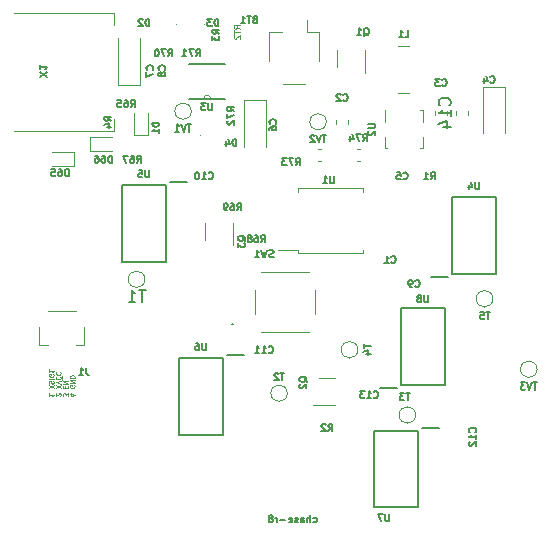
<source format=gbr>
G04 #@! TF.GenerationSoftware,KiCad,Pcbnew,5.1.5-52549c5~84~ubuntu18.04.1*
G04 #@! TF.CreationDate,2020-02-13T00:00:33+01:00*
G04 #@! TF.ProjectId,chase,63686173-652e-46b6-9963-61645f706362,rev?*
G04 #@! TF.SameCoordinates,Original*
G04 #@! TF.FileFunction,Legend,Bot*
G04 #@! TF.FilePolarity,Positive*
%FSLAX46Y46*%
G04 Gerber Fmt 4.6, Leading zero omitted, Abs format (unit mm)*
G04 Created by KiCad (PCBNEW 5.1.5-52549c5~84~ubuntu18.04.1) date 2020-02-13 00:00:33*
%MOMM*%
%LPD*%
G04 APERTURE LIST*
%ADD10C,0.100000*%
%ADD11C,0.130000*%
%ADD12C,0.120000*%
%ADD13C,0.200000*%
%ADD14C,0.152400*%
%ADD15C,0.150000*%
%ADD16C,0.125000*%
G04 APERTURE END LIST*
D10*
X103744047Y-133023761D02*
X103744047Y-133252333D01*
X103744047Y-133138047D02*
X104144047Y-133138047D01*
X104086904Y-133176142D01*
X104048809Y-133214238D01*
X104029761Y-133252333D01*
X104144047Y-132585666D02*
X103744047Y-132319000D01*
X104144047Y-132319000D02*
X103744047Y-132585666D01*
X103763095Y-132185666D02*
X103744047Y-132128523D01*
X103744047Y-132033285D01*
X103763095Y-131995190D01*
X103782142Y-131976142D01*
X103820238Y-131957095D01*
X103858333Y-131957095D01*
X103896428Y-131976142D01*
X103915476Y-131995190D01*
X103934523Y-132033285D01*
X103953571Y-132109476D01*
X103972619Y-132147571D01*
X103991666Y-132166619D01*
X104029761Y-132185666D01*
X104067857Y-132185666D01*
X104105952Y-132166619D01*
X104125000Y-132147571D01*
X104144047Y-132109476D01*
X104144047Y-132014238D01*
X104125000Y-131957095D01*
X103744047Y-131785666D02*
X104144047Y-131785666D01*
X104125000Y-131385666D02*
X104144047Y-131423761D01*
X104144047Y-131480904D01*
X104125000Y-131538047D01*
X104086904Y-131576142D01*
X104048809Y-131595190D01*
X103972619Y-131614238D01*
X103915476Y-131614238D01*
X103839285Y-131595190D01*
X103801190Y-131576142D01*
X103763095Y-131538047D01*
X103744047Y-131480904D01*
X103744047Y-131442809D01*
X103763095Y-131385666D01*
X103782142Y-131366619D01*
X103915476Y-131366619D01*
X103915476Y-131442809D01*
X103744047Y-130985666D02*
X103744047Y-131214238D01*
X103744047Y-131099952D02*
X104144047Y-131099952D01*
X104086904Y-131138047D01*
X104048809Y-131176142D01*
X104029761Y-131214238D01*
X104698618Y-133252333D02*
X104717666Y-133233285D01*
X104736713Y-133195190D01*
X104736713Y-133099952D01*
X104717666Y-133061857D01*
X104698618Y-133042809D01*
X104660523Y-133023762D01*
X104622427Y-133023762D01*
X104565285Y-133042809D01*
X104336713Y-133271381D01*
X104336713Y-133023762D01*
X104736713Y-132585666D02*
X104336713Y-132319000D01*
X104736713Y-132319000D02*
X104336713Y-132585666D01*
X104736713Y-132223762D02*
X104336713Y-132090428D01*
X104736713Y-131957095D01*
X104374808Y-131595190D02*
X104355761Y-131614238D01*
X104336713Y-131671381D01*
X104336713Y-131709476D01*
X104355761Y-131766619D01*
X104393856Y-131804714D01*
X104431951Y-131823762D01*
X104508142Y-131842809D01*
X104565285Y-131842809D01*
X104641475Y-131823762D01*
X104679570Y-131804714D01*
X104717666Y-131766619D01*
X104736713Y-131709476D01*
X104736713Y-131671381D01*
X104717666Y-131614238D01*
X104698618Y-131595190D01*
X104374808Y-131195190D02*
X104355761Y-131214238D01*
X104336713Y-131271381D01*
X104336713Y-131309476D01*
X104355761Y-131366619D01*
X104393856Y-131404714D01*
X104431951Y-131423762D01*
X104508142Y-131442809D01*
X104565285Y-131442809D01*
X104641475Y-131423762D01*
X104679570Y-131404714D01*
X104717666Y-131366619D01*
X104736713Y-131309476D01*
X104736713Y-131271381D01*
X104717666Y-131214238D01*
X104698618Y-131195190D01*
X105329379Y-133271381D02*
X105329379Y-133023762D01*
X105176998Y-133157095D01*
X105176998Y-133099952D01*
X105157951Y-133061857D01*
X105138903Y-133042810D01*
X105100808Y-133023762D01*
X105005570Y-133023762D01*
X104967474Y-133042810D01*
X104948427Y-133061857D01*
X104929379Y-133099952D01*
X104929379Y-133214238D01*
X104948427Y-133252333D01*
X104967474Y-133271381D01*
X105138903Y-132547571D02*
X105138903Y-132414238D01*
X104929379Y-132357095D02*
X104929379Y-132547571D01*
X105329379Y-132547571D01*
X105329379Y-132357095D01*
X104929379Y-132185667D02*
X105329379Y-132185667D01*
X104929379Y-131957095D01*
X105329379Y-131957095D01*
X104891284Y-131861857D02*
X104891284Y-131557095D01*
X105788712Y-133061857D02*
X105522045Y-133061857D01*
X105941093Y-133157095D02*
X105655378Y-133252333D01*
X105655378Y-133004714D01*
X105902998Y-132338047D02*
X105922045Y-132376143D01*
X105922045Y-132433285D01*
X105902998Y-132490428D01*
X105864902Y-132528523D01*
X105826807Y-132547571D01*
X105750617Y-132566619D01*
X105693474Y-132566619D01*
X105617283Y-132547571D01*
X105579188Y-132528523D01*
X105541093Y-132490428D01*
X105522045Y-132433285D01*
X105522045Y-132395190D01*
X105541093Y-132338047D01*
X105560140Y-132319000D01*
X105693474Y-132319000D01*
X105693474Y-132395190D01*
X105522045Y-132147571D02*
X105922045Y-132147571D01*
X105522045Y-131919000D01*
X105922045Y-131919000D01*
X105522045Y-131728523D02*
X105922045Y-131728523D01*
X105922045Y-131633285D01*
X105902998Y-131576143D01*
X105864902Y-131538047D01*
X105826807Y-131519000D01*
X105750617Y-131499952D01*
X105693474Y-131499952D01*
X105617283Y-131519000D01*
X105579188Y-131538047D01*
X105541093Y-131576143D01*
X105522045Y-131633285D01*
X105522045Y-131728523D01*
D11*
X126114857Y-143918857D02*
X126172000Y-143947428D01*
X126286285Y-143947428D01*
X126343428Y-143918857D01*
X126372000Y-143890285D01*
X126400571Y-143833142D01*
X126400571Y-143661714D01*
X126372000Y-143604571D01*
X126343428Y-143576000D01*
X126286285Y-143547428D01*
X126172000Y-143547428D01*
X126114857Y-143576000D01*
X125857714Y-143947428D02*
X125857714Y-143347428D01*
X125600571Y-143947428D02*
X125600571Y-143633142D01*
X125629142Y-143576000D01*
X125686285Y-143547428D01*
X125772000Y-143547428D01*
X125829142Y-143576000D01*
X125857714Y-143604571D01*
X125057714Y-143947428D02*
X125057714Y-143633142D01*
X125086285Y-143576000D01*
X125143428Y-143547428D01*
X125257714Y-143547428D01*
X125314857Y-143576000D01*
X125057714Y-143918857D02*
X125114857Y-143947428D01*
X125257714Y-143947428D01*
X125314857Y-143918857D01*
X125343428Y-143861714D01*
X125343428Y-143804571D01*
X125314857Y-143747428D01*
X125257714Y-143718857D01*
X125114857Y-143718857D01*
X125057714Y-143690285D01*
X124800571Y-143918857D02*
X124743428Y-143947428D01*
X124629142Y-143947428D01*
X124572000Y-143918857D01*
X124543428Y-143861714D01*
X124543428Y-143833142D01*
X124572000Y-143776000D01*
X124629142Y-143747428D01*
X124714857Y-143747428D01*
X124772000Y-143718857D01*
X124800571Y-143661714D01*
X124800571Y-143633142D01*
X124772000Y-143576000D01*
X124714857Y-143547428D01*
X124629142Y-143547428D01*
X124572000Y-143576000D01*
X124057714Y-143918857D02*
X124114857Y-143947428D01*
X124229142Y-143947428D01*
X124286285Y-143918857D01*
X124314857Y-143861714D01*
X124314857Y-143633142D01*
X124286285Y-143576000D01*
X124229142Y-143547428D01*
X124114857Y-143547428D01*
X124057714Y-143576000D01*
X124029142Y-143633142D01*
X124029142Y-143690285D01*
X124314857Y-143747428D01*
X123772000Y-143718857D02*
X123314857Y-143718857D01*
X123029142Y-143947428D02*
X123029142Y-143547428D01*
X123029142Y-143661714D02*
X123000571Y-143604571D01*
X122972000Y-143576000D01*
X122914857Y-143547428D01*
X122857714Y-143547428D01*
X122572000Y-143604571D02*
X122629142Y-143576000D01*
X122657714Y-143547428D01*
X122686285Y-143490285D01*
X122686285Y-143461714D01*
X122657714Y-143404571D01*
X122629142Y-143376000D01*
X122572000Y-143347428D01*
X122457714Y-143347428D01*
X122400571Y-143376000D01*
X122372000Y-143404571D01*
X122343428Y-143461714D01*
X122343428Y-143490285D01*
X122372000Y-143547428D01*
X122400571Y-143576000D01*
X122457714Y-143604571D01*
X122572000Y-143604571D01*
X122629142Y-143633142D01*
X122657714Y-143661714D01*
X122686285Y-143718857D01*
X122686285Y-143833142D01*
X122657714Y-143890285D01*
X122629142Y-143918857D01*
X122572000Y-143947428D01*
X122457714Y-143947428D01*
X122400571Y-143918857D01*
X122372000Y-143890285D01*
X122343428Y-143833142D01*
X122343428Y-143718857D01*
X122372000Y-143661714D01*
X122400571Y-143633142D01*
X122457714Y-143604571D01*
D12*
X145074500Y-130976000D02*
G75*
G03X145074500Y-130976000I-700000J0D01*
G01*
D10*
X103649000Y-126031000D02*
X106049000Y-126031000D01*
X103649000Y-128931000D02*
X102899000Y-128931000D01*
X102899000Y-128931000D02*
X102899000Y-127401000D01*
X106049000Y-128931000D02*
X106729000Y-128931000D01*
X106729000Y-128931000D02*
X106729000Y-127401000D01*
D12*
X116989000Y-119992000D02*
X116989000Y-118592000D01*
X119309000Y-118592000D02*
X119309000Y-120492000D01*
X129073000Y-109858221D02*
X129073000Y-110183779D01*
X128053000Y-109858221D02*
X128053000Y-110183779D01*
X130122779Y-113325000D02*
X129797221Y-113325000D01*
X130122779Y-112305000D02*
X129797221Y-112305000D01*
X126820779Y-113325000D02*
X126495221Y-113325000D01*
X126820779Y-112305000D02*
X126495221Y-112305000D01*
X128165000Y-105387000D02*
X128165000Y-103987000D01*
X130485000Y-103987000D02*
X130485000Y-105887000D01*
X139233000Y-109096221D02*
X139233000Y-109421779D01*
X138213000Y-109096221D02*
X138213000Y-109421779D01*
X137455000Y-109096221D02*
X137455000Y-109421779D01*
X136435000Y-109096221D02*
X136435000Y-109421779D01*
X111864000Y-123356000D02*
G75*
G03X111864000Y-123356000I-700000J0D01*
G01*
X125439000Y-106864000D02*
X123559000Y-106864000D01*
X122389000Y-102394000D02*
X123439000Y-102394000D01*
X122389000Y-104894000D02*
X122389000Y-102394000D01*
X125559000Y-102394000D02*
X125559000Y-101404000D01*
X126609000Y-102394000D02*
X125559000Y-102394000D01*
X126609000Y-104894000D02*
X126609000Y-102394000D01*
X122132000Y-108219000D02*
X122132000Y-112129000D01*
X120262000Y-108219000D02*
X122132000Y-108219000D01*
X120262000Y-112129000D02*
X120262000Y-108219000D01*
X109070000Y-111326000D02*
X107220000Y-111326000D01*
X109070000Y-112526000D02*
X107220000Y-112526000D01*
X107220000Y-112526000D02*
X107220000Y-111326000D01*
X103987000Y-113796000D02*
X105837000Y-113796000D01*
X103987000Y-112596000D02*
X105837000Y-112596000D01*
X105837000Y-112596000D02*
X105837000Y-113796000D01*
X126593000Y-131721000D02*
X127993000Y-131721000D01*
X127993000Y-134041000D02*
X126093000Y-134041000D01*
X127231000Y-110021000D02*
G75*
G03X127231000Y-110021000I-700000J0D01*
G01*
X115801000Y-109132000D02*
G75*
G03X115801000Y-109132000I-700000J0D01*
G01*
X141328000Y-125007000D02*
G75*
G03X141328000Y-125007000I-700000J0D01*
G01*
X129898000Y-129325000D02*
G75*
G03X129898000Y-129325000I-700000J0D01*
G01*
X134787500Y-134849500D02*
G75*
G03X134787500Y-134849500I-700000J0D01*
G01*
X123929000Y-133008000D02*
G75*
G03X123929000Y-133008000I-700000J0D01*
G01*
X127547000Y-115655500D02*
X130294500Y-115655500D01*
X130294500Y-115655500D02*
X130294500Y-115938000D01*
X127547000Y-115655500D02*
X124799500Y-115655500D01*
X124799500Y-115655500D02*
X124799500Y-115938000D01*
X127547000Y-121150500D02*
X130294500Y-121150500D01*
X130294500Y-121150500D02*
X130294500Y-120868000D01*
X127547000Y-121150500D02*
X124799500Y-121150500D01*
X124799500Y-121150500D02*
X124799500Y-120868000D01*
X124799500Y-120868000D02*
X123147000Y-120868000D01*
D13*
X119237000Y-127161000D02*
X119237000Y-127161000D01*
X119337000Y-127161000D02*
X119337000Y-127161000D01*
X119237000Y-127161000D02*
X119237000Y-127161000D01*
D10*
X121187000Y-126261000D02*
X121187000Y-124261000D01*
X126287000Y-126261000D02*
X126287000Y-124261000D01*
X121737000Y-127811000D02*
X125737000Y-127811000D01*
X121737000Y-122711000D02*
X125737000Y-122711000D01*
D13*
X119337000Y-127161000D02*
G75*
G03X119237000Y-127161000I-50000J0D01*
G01*
X119237000Y-127161000D02*
G75*
G03X119337000Y-127161000I50000J0D01*
G01*
X119337000Y-127161000D02*
G75*
G03X119237000Y-127161000I-50000J0D01*
G01*
X133571000Y-132321000D02*
X137271000Y-132321000D01*
X137271000Y-132321000D02*
X137271000Y-125821000D01*
X137271000Y-125821000D02*
X133571000Y-125821000D01*
X133571000Y-125821000D02*
X133571000Y-132321000D01*
X131746000Y-132571000D02*
X133221000Y-132571000D01*
X134984000Y-136178000D02*
X131284000Y-136178000D01*
X131284000Y-136178000D02*
X131284000Y-142678000D01*
X131284000Y-142678000D02*
X134984000Y-142678000D01*
X134984000Y-142678000D02*
X134984000Y-136178000D01*
X136809000Y-135928000D02*
X135334000Y-135928000D01*
X118456000Y-130002000D02*
X114756000Y-130002000D01*
X114756000Y-130002000D02*
X114756000Y-136502000D01*
X114756000Y-136502000D02*
X118456000Y-136502000D01*
X118456000Y-136502000D02*
X118456000Y-130002000D01*
X120281000Y-129752000D02*
X118806000Y-129752000D01*
X113649000Y-115407000D02*
X109949000Y-115407000D01*
X109949000Y-115407000D02*
X109949000Y-121907000D01*
X109949000Y-121907000D02*
X113649000Y-121907000D01*
X113649000Y-121907000D02*
X113649000Y-115407000D01*
X115474000Y-115157000D02*
X113999000Y-115157000D01*
X137889000Y-122923000D02*
X141589000Y-122923000D01*
X141589000Y-122923000D02*
X141589000Y-116423000D01*
X141589000Y-116423000D02*
X137889000Y-116423000D01*
X137889000Y-116423000D02*
X137889000Y-122923000D01*
X136064000Y-123173000D02*
X137539000Y-123173000D01*
D12*
X109274000Y-110830000D02*
X109274000Y-109830000D01*
X109274000Y-110830000D02*
X100774000Y-110830000D01*
X109274000Y-100830000D02*
X100774000Y-100830000D01*
X109274000Y-100830000D02*
X109274000Y-101830000D01*
X132160000Y-109016000D02*
X132160000Y-110021000D01*
X132160000Y-112266000D02*
X132390000Y-112266000D01*
X132160000Y-111291000D02*
X132160000Y-112266000D01*
X135380000Y-111291000D02*
X135380000Y-112266000D01*
X135150000Y-112266000D02*
X135380000Y-112266000D01*
X135380000Y-109046000D02*
X135380000Y-110021000D01*
X135150000Y-109046000D02*
X135380000Y-109046000D01*
X134260000Y-103566000D02*
X133280000Y-103566000D01*
X134260000Y-107586000D02*
X133280000Y-107586000D01*
X140455000Y-110986000D02*
X140455000Y-107076000D01*
X140455000Y-107076000D02*
X142325000Y-107076000D01*
X142325000Y-107076000D02*
X142325000Y-110986000D01*
D10*
X116601000Y-111164000D02*
G75*
G03X116601000Y-111164000I-50000J0D01*
G01*
X116939500Y-101766000D02*
G75*
G03X116939500Y-101766000I-50000J0D01*
G01*
X114590000Y-101766000D02*
G75*
G03X114590000Y-101766000I-50000J0D01*
G01*
D12*
X112145000Y-111171000D02*
X110945000Y-111171000D01*
X112145000Y-109321000D02*
X112145000Y-111171000D01*
X110945000Y-109321000D02*
X110945000Y-111171000D01*
D14*
X115634400Y-105093400D02*
X118631600Y-105093400D01*
X118631600Y-108090600D02*
X117437800Y-108090600D01*
X117437800Y-108090600D02*
X116828200Y-108090600D01*
X116828200Y-108090600D02*
X115634400Y-108090600D01*
D10*
X117437800Y-108090600D02*
G75*
G03X116828200Y-108090600I-304800J0D01*
G01*
D12*
X111464000Y-102960000D02*
X111464000Y-106870000D01*
X111464000Y-106870000D02*
X109594000Y-106870000D01*
X109594000Y-106870000D02*
X109594000Y-102960000D01*
D15*
X145088785Y-132095428D02*
X144745928Y-132095428D01*
X144917357Y-132695428D02*
X144917357Y-132095428D01*
X144631642Y-132095428D02*
X144431642Y-132695428D01*
X144231642Y-132095428D01*
X144088785Y-132095428D02*
X143717357Y-132095428D01*
X143917357Y-132324000D01*
X143831642Y-132324000D01*
X143774500Y-132352571D01*
X143745928Y-132381142D01*
X143717357Y-132438285D01*
X143717357Y-132581142D01*
X143745928Y-132638285D01*
X143774500Y-132666857D01*
X143831642Y-132695428D01*
X144003071Y-132695428D01*
X144060214Y-132666857D01*
X144088785Y-132638285D01*
X106919000Y-130837928D02*
X106919000Y-131266500D01*
X106947571Y-131352214D01*
X107004714Y-131409357D01*
X107090428Y-131437928D01*
X107147571Y-131437928D01*
X106319000Y-131437928D02*
X106661857Y-131437928D01*
X106490428Y-131437928D02*
X106490428Y-130837928D01*
X106547571Y-130923642D01*
X106604714Y-130980785D01*
X106661857Y-131009357D01*
X120382571Y-120123857D02*
X120354000Y-120066714D01*
X120296857Y-120009571D01*
X120211142Y-119923857D01*
X120182571Y-119866714D01*
X120182571Y-119809571D01*
X120325428Y-119838142D02*
X120296857Y-119781000D01*
X120239714Y-119723857D01*
X120125428Y-119695285D01*
X119925428Y-119695285D01*
X119811142Y-119723857D01*
X119754000Y-119781000D01*
X119725428Y-119838142D01*
X119725428Y-119952428D01*
X119754000Y-120009571D01*
X119811142Y-120066714D01*
X119925428Y-120095285D01*
X120125428Y-120095285D01*
X120239714Y-120066714D01*
X120296857Y-120009571D01*
X120325428Y-119952428D01*
X120325428Y-119838142D01*
X119725428Y-120295285D02*
X119725428Y-120666714D01*
X119954000Y-120466714D01*
X119954000Y-120552428D01*
X119982571Y-120609571D01*
X120011142Y-120638142D01*
X120068285Y-120666714D01*
X120211142Y-120666714D01*
X120268285Y-120638142D01*
X120296857Y-120609571D01*
X120325428Y-120552428D01*
X120325428Y-120381000D01*
X120296857Y-120323857D01*
X120268285Y-120295285D01*
X128663000Y-108203285D02*
X128691571Y-108231857D01*
X128777285Y-108260428D01*
X128834428Y-108260428D01*
X128920142Y-108231857D01*
X128977285Y-108174714D01*
X129005857Y-108117571D01*
X129034428Y-108003285D01*
X129034428Y-107917571D01*
X129005857Y-107803285D01*
X128977285Y-107746142D01*
X128920142Y-107689000D01*
X128834428Y-107660428D01*
X128777285Y-107660428D01*
X128691571Y-107689000D01*
X128663000Y-107717571D01*
X128434428Y-107717571D02*
X128405857Y-107689000D01*
X128348714Y-107660428D01*
X128205857Y-107660428D01*
X128148714Y-107689000D01*
X128120142Y-107717571D01*
X128091571Y-107774714D01*
X128091571Y-107831857D01*
X128120142Y-107917571D01*
X128463000Y-108260428D01*
X128091571Y-108260428D01*
X130345714Y-111656428D02*
X130545714Y-111370714D01*
X130688571Y-111656428D02*
X130688571Y-111056428D01*
X130460000Y-111056428D01*
X130402857Y-111085000D01*
X130374285Y-111113571D01*
X130345714Y-111170714D01*
X130345714Y-111256428D01*
X130374285Y-111313571D01*
X130402857Y-111342142D01*
X130460000Y-111370714D01*
X130688571Y-111370714D01*
X130145714Y-111056428D02*
X129745714Y-111056428D01*
X130002857Y-111656428D01*
X129260000Y-111256428D02*
X129260000Y-111656428D01*
X129402857Y-111027857D02*
X129545714Y-111456428D01*
X129174285Y-111456428D01*
X124630714Y-113721428D02*
X124830714Y-113435714D01*
X124973571Y-113721428D02*
X124973571Y-113121428D01*
X124745000Y-113121428D01*
X124687857Y-113150000D01*
X124659285Y-113178571D01*
X124630714Y-113235714D01*
X124630714Y-113321428D01*
X124659285Y-113378571D01*
X124687857Y-113407142D01*
X124745000Y-113435714D01*
X124973571Y-113435714D01*
X124430714Y-113121428D02*
X124030714Y-113121428D01*
X124287857Y-113721428D01*
X123859285Y-113121428D02*
X123487857Y-113121428D01*
X123687857Y-113350000D01*
X123602142Y-113350000D01*
X123545000Y-113378571D01*
X123516428Y-113407142D01*
X123487857Y-113464285D01*
X123487857Y-113607142D01*
X123516428Y-113664285D01*
X123545000Y-113692857D01*
X123602142Y-113721428D01*
X123773571Y-113721428D01*
X123830714Y-113692857D01*
X123859285Y-113664285D01*
X130398142Y-102729571D02*
X130455285Y-102701000D01*
X130512428Y-102643857D01*
X130598142Y-102558142D01*
X130655285Y-102529571D01*
X130712428Y-102529571D01*
X130683857Y-102672428D02*
X130741000Y-102643857D01*
X130798142Y-102586714D01*
X130826714Y-102472428D01*
X130826714Y-102272428D01*
X130798142Y-102158142D01*
X130741000Y-102101000D01*
X130683857Y-102072428D01*
X130569571Y-102072428D01*
X130512428Y-102101000D01*
X130455285Y-102158142D01*
X130426714Y-102272428D01*
X130426714Y-102472428D01*
X130455285Y-102586714D01*
X130512428Y-102643857D01*
X130569571Y-102672428D01*
X130683857Y-102672428D01*
X129855285Y-102672428D02*
X130198142Y-102672428D01*
X130026714Y-102672428D02*
X130026714Y-102072428D01*
X130083857Y-102158142D01*
X130141000Y-102215285D01*
X130198142Y-102243857D01*
X137650142Y-108616142D02*
X137697761Y-108568523D01*
X137745380Y-108425666D01*
X137745380Y-108330428D01*
X137697761Y-108187571D01*
X137602523Y-108092333D01*
X137507285Y-108044714D01*
X137316809Y-107997095D01*
X137173952Y-107997095D01*
X136983476Y-108044714D01*
X136888238Y-108092333D01*
X136793000Y-108187571D01*
X136745380Y-108330428D01*
X136745380Y-108425666D01*
X136793000Y-108568523D01*
X136840619Y-108616142D01*
X137745380Y-109568523D02*
X137745380Y-108997095D01*
X137745380Y-109282809D02*
X136745380Y-109282809D01*
X136888238Y-109187571D01*
X136983476Y-109092333D01*
X137031095Y-108997095D01*
X137078714Y-110425666D02*
X137745380Y-110425666D01*
X136697761Y-110187571D02*
X137412047Y-109949476D01*
X137412047Y-110568523D01*
X137045000Y-106933285D02*
X137073571Y-106961857D01*
X137159285Y-106990428D01*
X137216428Y-106990428D01*
X137302142Y-106961857D01*
X137359285Y-106904714D01*
X137387857Y-106847571D01*
X137416428Y-106733285D01*
X137416428Y-106647571D01*
X137387857Y-106533285D01*
X137359285Y-106476142D01*
X137302142Y-106419000D01*
X137216428Y-106390428D01*
X137159285Y-106390428D01*
X137073571Y-106419000D01*
X137045000Y-106447571D01*
X136845000Y-106390428D02*
X136473571Y-106390428D01*
X136673571Y-106619000D01*
X136587857Y-106619000D01*
X136530714Y-106647571D01*
X136502142Y-106676142D01*
X136473571Y-106733285D01*
X136473571Y-106876142D01*
X136502142Y-106933285D01*
X136530714Y-106961857D01*
X136587857Y-106990428D01*
X136759285Y-106990428D01*
X136816428Y-106961857D01*
X136845000Y-106933285D01*
X111925904Y-124256380D02*
X111354476Y-124256380D01*
X111640190Y-125256380D02*
X111640190Y-124256380D01*
X110497333Y-125256380D02*
X111068761Y-125256380D01*
X110783047Y-125256380D02*
X110783047Y-124256380D01*
X110878285Y-124399238D01*
X110973523Y-124494476D01*
X111068761Y-124542095D01*
X121160428Y-101342142D02*
X121074714Y-101370714D01*
X121046142Y-101399285D01*
X121017571Y-101456428D01*
X121017571Y-101542142D01*
X121046142Y-101599285D01*
X121074714Y-101627857D01*
X121131857Y-101656428D01*
X121360428Y-101656428D01*
X121360428Y-101056428D01*
X121160428Y-101056428D01*
X121103285Y-101085000D01*
X121074714Y-101113571D01*
X121046142Y-101170714D01*
X121046142Y-101227857D01*
X121074714Y-101285000D01*
X121103285Y-101313571D01*
X121160428Y-101342142D01*
X121360428Y-101342142D01*
X120846142Y-101056428D02*
X120503285Y-101056428D01*
X120674714Y-101656428D02*
X120674714Y-101056428D01*
X119989000Y-101656428D02*
X120331857Y-101656428D01*
X120160428Y-101656428D02*
X120160428Y-101056428D01*
X120217571Y-101142142D01*
X120274714Y-101199285D01*
X120331857Y-101227857D01*
D11*
X122935285Y-110175000D02*
X122963857Y-110146428D01*
X122992428Y-110060714D01*
X122992428Y-110003571D01*
X122963857Y-109917857D01*
X122906714Y-109860714D01*
X122849571Y-109832142D01*
X122735285Y-109803571D01*
X122649571Y-109803571D01*
X122535285Y-109832142D01*
X122478142Y-109860714D01*
X122421000Y-109917857D01*
X122392428Y-110003571D01*
X122392428Y-110060714D01*
X122421000Y-110146428D01*
X122449571Y-110175000D01*
X122392428Y-110689285D02*
X122392428Y-110575000D01*
X122421000Y-110517857D01*
X122449571Y-110489285D01*
X122535285Y-110432142D01*
X122649571Y-110403571D01*
X122878142Y-110403571D01*
X122935285Y-110432142D01*
X122963857Y-110460714D01*
X122992428Y-110517857D01*
X122992428Y-110632142D01*
X122963857Y-110689285D01*
X122935285Y-110717857D01*
X122878142Y-110746428D01*
X122735285Y-110746428D01*
X122678142Y-110717857D01*
X122649571Y-110689285D01*
X122621000Y-110632142D01*
X122621000Y-110517857D01*
X122649571Y-110460714D01*
X122678142Y-110432142D01*
X122735285Y-110403571D01*
X109098571Y-113497428D02*
X109098571Y-112897428D01*
X108955714Y-112897428D01*
X108870000Y-112926000D01*
X108812857Y-112983142D01*
X108784285Y-113040285D01*
X108755714Y-113154571D01*
X108755714Y-113240285D01*
X108784285Y-113354571D01*
X108812857Y-113411714D01*
X108870000Y-113468857D01*
X108955714Y-113497428D01*
X109098571Y-113497428D01*
X108241428Y-112897428D02*
X108355714Y-112897428D01*
X108412857Y-112926000D01*
X108441428Y-112954571D01*
X108498571Y-113040285D01*
X108527142Y-113154571D01*
X108527142Y-113383142D01*
X108498571Y-113440285D01*
X108470000Y-113468857D01*
X108412857Y-113497428D01*
X108298571Y-113497428D01*
X108241428Y-113468857D01*
X108212857Y-113440285D01*
X108184285Y-113383142D01*
X108184285Y-113240285D01*
X108212857Y-113183142D01*
X108241428Y-113154571D01*
X108298571Y-113126000D01*
X108412857Y-113126000D01*
X108470000Y-113154571D01*
X108498571Y-113183142D01*
X108527142Y-113240285D01*
X107670000Y-112897428D02*
X107784285Y-112897428D01*
X107841428Y-112926000D01*
X107870000Y-112954571D01*
X107927142Y-113040285D01*
X107955714Y-113154571D01*
X107955714Y-113383142D01*
X107927142Y-113440285D01*
X107898571Y-113468857D01*
X107841428Y-113497428D01*
X107727142Y-113497428D01*
X107670000Y-113468857D01*
X107641428Y-113440285D01*
X107612857Y-113383142D01*
X107612857Y-113240285D01*
X107641428Y-113183142D01*
X107670000Y-113154571D01*
X107727142Y-113126000D01*
X107841428Y-113126000D01*
X107898571Y-113154571D01*
X107927142Y-113183142D01*
X107955714Y-113240285D01*
X105415571Y-114610428D02*
X105415571Y-114010428D01*
X105272714Y-114010428D01*
X105187000Y-114039000D01*
X105129857Y-114096142D01*
X105101285Y-114153285D01*
X105072714Y-114267571D01*
X105072714Y-114353285D01*
X105101285Y-114467571D01*
X105129857Y-114524714D01*
X105187000Y-114581857D01*
X105272714Y-114610428D01*
X105415571Y-114610428D01*
X104558428Y-114010428D02*
X104672714Y-114010428D01*
X104729857Y-114039000D01*
X104758428Y-114067571D01*
X104815571Y-114153285D01*
X104844142Y-114267571D01*
X104844142Y-114496142D01*
X104815571Y-114553285D01*
X104787000Y-114581857D01*
X104729857Y-114610428D01*
X104615571Y-114610428D01*
X104558428Y-114581857D01*
X104529857Y-114553285D01*
X104501285Y-114496142D01*
X104501285Y-114353285D01*
X104529857Y-114296142D01*
X104558428Y-114267571D01*
X104615571Y-114239000D01*
X104729857Y-114239000D01*
X104787000Y-114267571D01*
X104815571Y-114296142D01*
X104844142Y-114353285D01*
X103958428Y-114010428D02*
X104244142Y-114010428D01*
X104272714Y-114296142D01*
X104244142Y-114267571D01*
X104187000Y-114239000D01*
X104044142Y-114239000D01*
X103987000Y-114267571D01*
X103958428Y-114296142D01*
X103929857Y-114353285D01*
X103929857Y-114496142D01*
X103958428Y-114553285D01*
X103987000Y-114581857D01*
X104044142Y-114610428D01*
X104187000Y-114610428D01*
X104244142Y-114581857D01*
X104272714Y-114553285D01*
X119677714Y-117531428D02*
X119877714Y-117245714D01*
X120020571Y-117531428D02*
X120020571Y-116931428D01*
X119792000Y-116931428D01*
X119734857Y-116960000D01*
X119706285Y-116988571D01*
X119677714Y-117045714D01*
X119677714Y-117131428D01*
X119706285Y-117188571D01*
X119734857Y-117217142D01*
X119792000Y-117245714D01*
X120020571Y-117245714D01*
X119163428Y-116931428D02*
X119277714Y-116931428D01*
X119334857Y-116960000D01*
X119363428Y-116988571D01*
X119420571Y-117074285D01*
X119449142Y-117188571D01*
X119449142Y-117417142D01*
X119420571Y-117474285D01*
X119392000Y-117502857D01*
X119334857Y-117531428D01*
X119220571Y-117531428D01*
X119163428Y-117502857D01*
X119134857Y-117474285D01*
X119106285Y-117417142D01*
X119106285Y-117274285D01*
X119134857Y-117217142D01*
X119163428Y-117188571D01*
X119220571Y-117160000D01*
X119334857Y-117160000D01*
X119392000Y-117188571D01*
X119420571Y-117217142D01*
X119449142Y-117274285D01*
X118820571Y-117531428D02*
X118706285Y-117531428D01*
X118649142Y-117502857D01*
X118620571Y-117474285D01*
X118563428Y-117388571D01*
X118534857Y-117274285D01*
X118534857Y-117045714D01*
X118563428Y-116988571D01*
X118592000Y-116960000D01*
X118649142Y-116931428D01*
X118763428Y-116931428D01*
X118820571Y-116960000D01*
X118849142Y-116988571D01*
X118877714Y-117045714D01*
X118877714Y-117188571D01*
X118849142Y-117245714D01*
X118820571Y-117274285D01*
X118763428Y-117302857D01*
X118649142Y-117302857D01*
X118592000Y-117274285D01*
X118563428Y-117245714D01*
X118534857Y-117188571D01*
X121709714Y-120198428D02*
X121909714Y-119912714D01*
X122052571Y-120198428D02*
X122052571Y-119598428D01*
X121824000Y-119598428D01*
X121766857Y-119627000D01*
X121738285Y-119655571D01*
X121709714Y-119712714D01*
X121709714Y-119798428D01*
X121738285Y-119855571D01*
X121766857Y-119884142D01*
X121824000Y-119912714D01*
X122052571Y-119912714D01*
X121195428Y-119598428D02*
X121309714Y-119598428D01*
X121366857Y-119627000D01*
X121395428Y-119655571D01*
X121452571Y-119741285D01*
X121481142Y-119855571D01*
X121481142Y-120084142D01*
X121452571Y-120141285D01*
X121424000Y-120169857D01*
X121366857Y-120198428D01*
X121252571Y-120198428D01*
X121195428Y-120169857D01*
X121166857Y-120141285D01*
X121138285Y-120084142D01*
X121138285Y-119941285D01*
X121166857Y-119884142D01*
X121195428Y-119855571D01*
X121252571Y-119827000D01*
X121366857Y-119827000D01*
X121424000Y-119855571D01*
X121452571Y-119884142D01*
X121481142Y-119941285D01*
X120795428Y-119855571D02*
X120852571Y-119827000D01*
X120881142Y-119798428D01*
X120909714Y-119741285D01*
X120909714Y-119712714D01*
X120881142Y-119655571D01*
X120852571Y-119627000D01*
X120795428Y-119598428D01*
X120681142Y-119598428D01*
X120624000Y-119627000D01*
X120595428Y-119655571D01*
X120566857Y-119712714D01*
X120566857Y-119741285D01*
X120595428Y-119798428D01*
X120624000Y-119827000D01*
X120681142Y-119855571D01*
X120795428Y-119855571D01*
X120852571Y-119884142D01*
X120881142Y-119912714D01*
X120909714Y-119969857D01*
X120909714Y-120084142D01*
X120881142Y-120141285D01*
X120852571Y-120169857D01*
X120795428Y-120198428D01*
X120681142Y-120198428D01*
X120624000Y-120169857D01*
X120595428Y-120141285D01*
X120566857Y-120084142D01*
X120566857Y-119969857D01*
X120595428Y-119912714D01*
X120624000Y-119884142D01*
X120681142Y-119855571D01*
X111168714Y-113494428D02*
X111368714Y-113208714D01*
X111511571Y-113494428D02*
X111511571Y-112894428D01*
X111283000Y-112894428D01*
X111225857Y-112923000D01*
X111197285Y-112951571D01*
X111168714Y-113008714D01*
X111168714Y-113094428D01*
X111197285Y-113151571D01*
X111225857Y-113180142D01*
X111283000Y-113208714D01*
X111511571Y-113208714D01*
X110654428Y-112894428D02*
X110768714Y-112894428D01*
X110825857Y-112923000D01*
X110854428Y-112951571D01*
X110911571Y-113037285D01*
X110940142Y-113151571D01*
X110940142Y-113380142D01*
X110911571Y-113437285D01*
X110883000Y-113465857D01*
X110825857Y-113494428D01*
X110711571Y-113494428D01*
X110654428Y-113465857D01*
X110625857Y-113437285D01*
X110597285Y-113380142D01*
X110597285Y-113237285D01*
X110625857Y-113180142D01*
X110654428Y-113151571D01*
X110711571Y-113123000D01*
X110825857Y-113123000D01*
X110883000Y-113151571D01*
X110911571Y-113180142D01*
X110940142Y-113237285D01*
X110397285Y-112894428D02*
X109997285Y-112894428D01*
X110254428Y-113494428D01*
D15*
X127393000Y-136200428D02*
X127593000Y-135914714D01*
X127735857Y-136200428D02*
X127735857Y-135600428D01*
X127507285Y-135600428D01*
X127450142Y-135629000D01*
X127421571Y-135657571D01*
X127393000Y-135714714D01*
X127393000Y-135800428D01*
X127421571Y-135857571D01*
X127450142Y-135886142D01*
X127507285Y-135914714D01*
X127735857Y-135914714D01*
X127164428Y-135657571D02*
X127135857Y-135629000D01*
X127078714Y-135600428D01*
X126935857Y-135600428D01*
X126878714Y-135629000D01*
X126850142Y-135657571D01*
X126821571Y-135714714D01*
X126821571Y-135771857D01*
X126850142Y-135857571D01*
X127193000Y-136200428D01*
X126821571Y-136200428D01*
X125589571Y-132061857D02*
X125561000Y-132004714D01*
X125503857Y-131947571D01*
X125418142Y-131861857D01*
X125389571Y-131804714D01*
X125389571Y-131747571D01*
X125532428Y-131776142D02*
X125503857Y-131719000D01*
X125446714Y-131661857D01*
X125332428Y-131633285D01*
X125132428Y-131633285D01*
X125018142Y-131661857D01*
X124961000Y-131719000D01*
X124932428Y-131776142D01*
X124932428Y-131890428D01*
X124961000Y-131947571D01*
X125018142Y-132004714D01*
X125132428Y-132033285D01*
X125332428Y-132033285D01*
X125446714Y-132004714D01*
X125503857Y-131947571D01*
X125532428Y-131890428D01*
X125532428Y-131776142D01*
X124989571Y-132261857D02*
X124961000Y-132290428D01*
X124932428Y-132347571D01*
X124932428Y-132490428D01*
X124961000Y-132547571D01*
X124989571Y-132576142D01*
X125046714Y-132604714D01*
X125103857Y-132604714D01*
X125189571Y-132576142D01*
X125532428Y-132233285D01*
X125532428Y-132604714D01*
D11*
X110660714Y-108768428D02*
X110860714Y-108482714D01*
X111003571Y-108768428D02*
X111003571Y-108168428D01*
X110775000Y-108168428D01*
X110717857Y-108197000D01*
X110689285Y-108225571D01*
X110660714Y-108282714D01*
X110660714Y-108368428D01*
X110689285Y-108425571D01*
X110717857Y-108454142D01*
X110775000Y-108482714D01*
X111003571Y-108482714D01*
X110146428Y-108168428D02*
X110260714Y-108168428D01*
X110317857Y-108197000D01*
X110346428Y-108225571D01*
X110403571Y-108311285D01*
X110432142Y-108425571D01*
X110432142Y-108654142D01*
X110403571Y-108711285D01*
X110375000Y-108739857D01*
X110317857Y-108768428D01*
X110203571Y-108768428D01*
X110146428Y-108739857D01*
X110117857Y-108711285D01*
X110089285Y-108654142D01*
X110089285Y-108511285D01*
X110117857Y-108454142D01*
X110146428Y-108425571D01*
X110203571Y-108397000D01*
X110317857Y-108397000D01*
X110375000Y-108425571D01*
X110403571Y-108454142D01*
X110432142Y-108511285D01*
X109546428Y-108168428D02*
X109832142Y-108168428D01*
X109860714Y-108454142D01*
X109832142Y-108425571D01*
X109775000Y-108397000D01*
X109632142Y-108397000D01*
X109575000Y-108425571D01*
X109546428Y-108454142D01*
X109517857Y-108511285D01*
X109517857Y-108654142D01*
X109546428Y-108711285D01*
X109575000Y-108739857D01*
X109632142Y-108768428D01*
X109775000Y-108768428D01*
X109832142Y-108739857D01*
X109860714Y-108711285D01*
D15*
X127245285Y-111140428D02*
X126902428Y-111140428D01*
X127073857Y-111740428D02*
X127073857Y-111140428D01*
X126788142Y-111140428D02*
X126588142Y-111740428D01*
X126388142Y-111140428D01*
X126216714Y-111197571D02*
X126188142Y-111169000D01*
X126131000Y-111140428D01*
X125988142Y-111140428D01*
X125931000Y-111169000D01*
X125902428Y-111197571D01*
X125873857Y-111254714D01*
X125873857Y-111311857D01*
X125902428Y-111397571D01*
X126245285Y-111740428D01*
X125873857Y-111740428D01*
X115815285Y-110251428D02*
X115472428Y-110251428D01*
X115643857Y-110851428D02*
X115643857Y-110251428D01*
X115358142Y-110251428D02*
X115158142Y-110851428D01*
X114958142Y-110251428D01*
X114443857Y-110851428D02*
X114786714Y-110851428D01*
X114615285Y-110851428D02*
X114615285Y-110251428D01*
X114672428Y-110337142D01*
X114729571Y-110394285D01*
X114786714Y-110422857D01*
D11*
X141085142Y-126126428D02*
X140742285Y-126126428D01*
X140913714Y-126726428D02*
X140913714Y-126126428D01*
X140256571Y-126126428D02*
X140542285Y-126126428D01*
X140570857Y-126412142D01*
X140542285Y-126383571D01*
X140485142Y-126355000D01*
X140342285Y-126355000D01*
X140285142Y-126383571D01*
X140256571Y-126412142D01*
X140228000Y-126469285D01*
X140228000Y-126612142D01*
X140256571Y-126669285D01*
X140285142Y-126697857D01*
X140342285Y-126726428D01*
X140485142Y-126726428D01*
X140542285Y-126697857D01*
X140570857Y-126669285D01*
X130393428Y-128867857D02*
X130393428Y-129210714D01*
X130993428Y-129039285D02*
X130393428Y-129039285D01*
X130593428Y-129667857D02*
X130993428Y-129667857D01*
X130364857Y-129525000D02*
X130793428Y-129382142D01*
X130793428Y-129753571D01*
X134290642Y-132996928D02*
X133947785Y-132996928D01*
X134119214Y-133596928D02*
X134119214Y-132996928D01*
X133804928Y-132996928D02*
X133433500Y-132996928D01*
X133633500Y-133225500D01*
X133547785Y-133225500D01*
X133490642Y-133254071D01*
X133462071Y-133282642D01*
X133433500Y-133339785D01*
X133433500Y-133482642D01*
X133462071Y-133539785D01*
X133490642Y-133568357D01*
X133547785Y-133596928D01*
X133719214Y-133596928D01*
X133776357Y-133568357D01*
X133804928Y-133539785D01*
X123686142Y-131282428D02*
X123343285Y-131282428D01*
X123514714Y-131882428D02*
X123514714Y-131282428D01*
X123171857Y-131339571D02*
X123143285Y-131311000D01*
X123086142Y-131282428D01*
X122943285Y-131282428D01*
X122886142Y-131311000D01*
X122857571Y-131339571D01*
X122829000Y-131396714D01*
X122829000Y-131453857D01*
X122857571Y-131539571D01*
X123200428Y-131882428D01*
X122829000Y-131882428D01*
X127877142Y-114645428D02*
X127877142Y-115131142D01*
X127848571Y-115188285D01*
X127820000Y-115216857D01*
X127762857Y-115245428D01*
X127648571Y-115245428D01*
X127591428Y-115216857D01*
X127562857Y-115188285D01*
X127534285Y-115131142D01*
X127534285Y-114645428D01*
X126934285Y-115245428D02*
X127277142Y-115245428D01*
X127105714Y-115245428D02*
X127105714Y-114645428D01*
X127162857Y-114731142D01*
X127220000Y-114788285D01*
X127277142Y-114816857D01*
X122759000Y-121439857D02*
X122673285Y-121468428D01*
X122530428Y-121468428D01*
X122473285Y-121439857D01*
X122444714Y-121411285D01*
X122416142Y-121354142D01*
X122416142Y-121297000D01*
X122444714Y-121239857D01*
X122473285Y-121211285D01*
X122530428Y-121182714D01*
X122644714Y-121154142D01*
X122701857Y-121125571D01*
X122730428Y-121097000D01*
X122759000Y-121039857D01*
X122759000Y-120982714D01*
X122730428Y-120925571D01*
X122701857Y-120897000D01*
X122644714Y-120868428D01*
X122501857Y-120868428D01*
X122416142Y-120897000D01*
X122216142Y-120868428D02*
X122073285Y-121468428D01*
X121959000Y-121039857D01*
X121844714Y-121468428D01*
X121701857Y-120868428D01*
X121159000Y-121468428D02*
X121501857Y-121468428D01*
X121330428Y-121468428D02*
X121330428Y-120868428D01*
X121387571Y-120954142D01*
X121444714Y-121011285D01*
X121501857Y-121039857D01*
X135878142Y-124678428D02*
X135878142Y-125164142D01*
X135849571Y-125221285D01*
X135821000Y-125249857D01*
X135763857Y-125278428D01*
X135649571Y-125278428D01*
X135592428Y-125249857D01*
X135563857Y-125221285D01*
X135535285Y-125164142D01*
X135535285Y-124678428D01*
X135163857Y-124935571D02*
X135221000Y-124907000D01*
X135249571Y-124878428D01*
X135278142Y-124821285D01*
X135278142Y-124792714D01*
X135249571Y-124735571D01*
X135221000Y-124707000D01*
X135163857Y-124678428D01*
X135049571Y-124678428D01*
X134992428Y-124707000D01*
X134963857Y-124735571D01*
X134935285Y-124792714D01*
X134935285Y-124821285D01*
X134963857Y-124878428D01*
X134992428Y-124907000D01*
X135049571Y-124935571D01*
X135163857Y-124935571D01*
X135221000Y-124964142D01*
X135249571Y-124992714D01*
X135278142Y-125049857D01*
X135278142Y-125164142D01*
X135249571Y-125221285D01*
X135221000Y-125249857D01*
X135163857Y-125278428D01*
X135049571Y-125278428D01*
X134992428Y-125249857D01*
X134963857Y-125221285D01*
X134935285Y-125164142D01*
X134935285Y-125049857D01*
X134963857Y-124992714D01*
X134992428Y-124964142D01*
X135049571Y-124935571D01*
X132576142Y-143220428D02*
X132576142Y-143706142D01*
X132547571Y-143763285D01*
X132519000Y-143791857D01*
X132461857Y-143820428D01*
X132347571Y-143820428D01*
X132290428Y-143791857D01*
X132261857Y-143763285D01*
X132233285Y-143706142D01*
X132233285Y-143220428D01*
X132004714Y-143220428D02*
X131604714Y-143220428D01*
X131861857Y-143820428D01*
X117082142Y-128742428D02*
X117082142Y-129228142D01*
X117053571Y-129285285D01*
X117025000Y-129313857D01*
X116967857Y-129342428D01*
X116853571Y-129342428D01*
X116796428Y-129313857D01*
X116767857Y-129285285D01*
X116739285Y-129228142D01*
X116739285Y-128742428D01*
X116196428Y-128742428D02*
X116310714Y-128742428D01*
X116367857Y-128771000D01*
X116396428Y-128799571D01*
X116453571Y-128885285D01*
X116482142Y-128999571D01*
X116482142Y-129228142D01*
X116453571Y-129285285D01*
X116425000Y-129313857D01*
X116367857Y-129342428D01*
X116253571Y-129342428D01*
X116196428Y-129313857D01*
X116167857Y-129285285D01*
X116139285Y-129228142D01*
X116139285Y-129085285D01*
X116167857Y-129028142D01*
X116196428Y-128999571D01*
X116253571Y-128971000D01*
X116367857Y-128971000D01*
X116425000Y-128999571D01*
X116453571Y-129028142D01*
X116482142Y-129085285D01*
X112256142Y-114137428D02*
X112256142Y-114623142D01*
X112227571Y-114680285D01*
X112199000Y-114708857D01*
X112141857Y-114737428D01*
X112027571Y-114737428D01*
X111970428Y-114708857D01*
X111941857Y-114680285D01*
X111913285Y-114623142D01*
X111913285Y-114137428D01*
X111341857Y-114137428D02*
X111627571Y-114137428D01*
X111656142Y-114423142D01*
X111627571Y-114394571D01*
X111570428Y-114366000D01*
X111427571Y-114366000D01*
X111370428Y-114394571D01*
X111341857Y-114423142D01*
X111313285Y-114480285D01*
X111313285Y-114623142D01*
X111341857Y-114680285D01*
X111370428Y-114708857D01*
X111427571Y-114737428D01*
X111570428Y-114737428D01*
X111627571Y-114708857D01*
X111656142Y-114680285D01*
X140196142Y-115153428D02*
X140196142Y-115639142D01*
X140167571Y-115696285D01*
X140139000Y-115724857D01*
X140081857Y-115753428D01*
X139967571Y-115753428D01*
X139910428Y-115724857D01*
X139881857Y-115696285D01*
X139853285Y-115639142D01*
X139853285Y-115153428D01*
X139310428Y-115353428D02*
X139310428Y-115753428D01*
X139453285Y-115124857D02*
X139596142Y-115553428D01*
X139224714Y-115553428D01*
X131234714Y-133349285D02*
X131263285Y-133377857D01*
X131349000Y-133406428D01*
X131406142Y-133406428D01*
X131491857Y-133377857D01*
X131549000Y-133320714D01*
X131577571Y-133263571D01*
X131606142Y-133149285D01*
X131606142Y-133063571D01*
X131577571Y-132949285D01*
X131549000Y-132892142D01*
X131491857Y-132835000D01*
X131406142Y-132806428D01*
X131349000Y-132806428D01*
X131263285Y-132835000D01*
X131234714Y-132863571D01*
X130663285Y-133406428D02*
X131006142Y-133406428D01*
X130834714Y-133406428D02*
X130834714Y-132806428D01*
X130891857Y-132892142D01*
X130949000Y-132949285D01*
X131006142Y-132977857D01*
X130463285Y-132806428D02*
X130091857Y-132806428D01*
X130291857Y-133035000D01*
X130206142Y-133035000D01*
X130149000Y-133063571D01*
X130120428Y-133092142D01*
X130091857Y-133149285D01*
X130091857Y-133292142D01*
X130120428Y-133349285D01*
X130149000Y-133377857D01*
X130206142Y-133406428D01*
X130377571Y-133406428D01*
X130434714Y-133377857D01*
X130463285Y-133349285D01*
X139853285Y-136305285D02*
X139881857Y-136276714D01*
X139910428Y-136191000D01*
X139910428Y-136133857D01*
X139881857Y-136048142D01*
X139824714Y-135991000D01*
X139767571Y-135962428D01*
X139653285Y-135933857D01*
X139567571Y-135933857D01*
X139453285Y-135962428D01*
X139396142Y-135991000D01*
X139339000Y-136048142D01*
X139310428Y-136133857D01*
X139310428Y-136191000D01*
X139339000Y-136276714D01*
X139367571Y-136305285D01*
X139910428Y-136876714D02*
X139910428Y-136533857D01*
X139910428Y-136705285D02*
X139310428Y-136705285D01*
X139396142Y-136648142D01*
X139453285Y-136591000D01*
X139481857Y-136533857D01*
X139367571Y-137105285D02*
X139339000Y-137133857D01*
X139310428Y-137191000D01*
X139310428Y-137333857D01*
X139339000Y-137391000D01*
X139367571Y-137419571D01*
X139424714Y-137448142D01*
X139481857Y-137448142D01*
X139567571Y-137419571D01*
X139910428Y-137076714D01*
X139910428Y-137448142D01*
X122344714Y-129539285D02*
X122373285Y-129567857D01*
X122459000Y-129596428D01*
X122516142Y-129596428D01*
X122601857Y-129567857D01*
X122659000Y-129510714D01*
X122687571Y-129453571D01*
X122716142Y-129339285D01*
X122716142Y-129253571D01*
X122687571Y-129139285D01*
X122659000Y-129082142D01*
X122601857Y-129025000D01*
X122516142Y-128996428D01*
X122459000Y-128996428D01*
X122373285Y-129025000D01*
X122344714Y-129053571D01*
X121773285Y-129596428D02*
X122116142Y-129596428D01*
X121944714Y-129596428D02*
X121944714Y-128996428D01*
X122001857Y-129082142D01*
X122059000Y-129139285D01*
X122116142Y-129167857D01*
X121201857Y-129596428D02*
X121544714Y-129596428D01*
X121373285Y-129596428D02*
X121373285Y-128996428D01*
X121430428Y-129082142D01*
X121487571Y-129139285D01*
X121544714Y-129167857D01*
X117264714Y-114807285D02*
X117293285Y-114835857D01*
X117379000Y-114864428D01*
X117436142Y-114864428D01*
X117521857Y-114835857D01*
X117579000Y-114778714D01*
X117607571Y-114721571D01*
X117636142Y-114607285D01*
X117636142Y-114521571D01*
X117607571Y-114407285D01*
X117579000Y-114350142D01*
X117521857Y-114293000D01*
X117436142Y-114264428D01*
X117379000Y-114264428D01*
X117293285Y-114293000D01*
X117264714Y-114321571D01*
X116693285Y-114864428D02*
X117036142Y-114864428D01*
X116864714Y-114864428D02*
X116864714Y-114264428D01*
X116921857Y-114350142D01*
X116979000Y-114407285D01*
X117036142Y-114435857D01*
X116321857Y-114264428D02*
X116264714Y-114264428D01*
X116207571Y-114293000D01*
X116179000Y-114321571D01*
X116150428Y-114378714D01*
X116121857Y-114493000D01*
X116121857Y-114635857D01*
X116150428Y-114750142D01*
X116179000Y-114807285D01*
X116207571Y-114835857D01*
X116264714Y-114864428D01*
X116321857Y-114864428D01*
X116379000Y-114835857D01*
X116407571Y-114807285D01*
X116436142Y-114750142D01*
X116464714Y-114635857D01*
X116464714Y-114493000D01*
X116436142Y-114378714D01*
X116407571Y-114321571D01*
X116379000Y-114293000D01*
X116321857Y-114264428D01*
X134759000Y-123951285D02*
X134787571Y-123979857D01*
X134873285Y-124008428D01*
X134930428Y-124008428D01*
X135016142Y-123979857D01*
X135073285Y-123922714D01*
X135101857Y-123865571D01*
X135130428Y-123751285D01*
X135130428Y-123665571D01*
X135101857Y-123551285D01*
X135073285Y-123494142D01*
X135016142Y-123437000D01*
X134930428Y-123408428D01*
X134873285Y-123408428D01*
X134787571Y-123437000D01*
X134759000Y-123465571D01*
X134473285Y-124008428D02*
X134359000Y-124008428D01*
X134301857Y-123979857D01*
X134273285Y-123951285D01*
X134216142Y-123865571D01*
X134187571Y-123751285D01*
X134187571Y-123522714D01*
X134216142Y-123465571D01*
X134244714Y-123437000D01*
X134301857Y-123408428D01*
X134416142Y-123408428D01*
X134473285Y-123437000D01*
X134501857Y-123465571D01*
X134530428Y-123522714D01*
X134530428Y-123665571D01*
X134501857Y-123722714D01*
X134473285Y-123751285D01*
X134416142Y-123779857D01*
X134301857Y-123779857D01*
X134244714Y-123751285D01*
X134216142Y-123722714D01*
X134187571Y-123665571D01*
X132727000Y-121919285D02*
X132755571Y-121947857D01*
X132841285Y-121976428D01*
X132898428Y-121976428D01*
X132984142Y-121947857D01*
X133041285Y-121890714D01*
X133069857Y-121833571D01*
X133098428Y-121719285D01*
X133098428Y-121633571D01*
X133069857Y-121519285D01*
X133041285Y-121462142D01*
X132984142Y-121405000D01*
X132898428Y-121376428D01*
X132841285Y-121376428D01*
X132755571Y-121405000D01*
X132727000Y-121433571D01*
X132155571Y-121976428D02*
X132498428Y-121976428D01*
X132327000Y-121976428D02*
X132327000Y-121376428D01*
X132384142Y-121462142D01*
X132441285Y-121519285D01*
X132498428Y-121547857D01*
X103602571Y-106190714D02*
X103002571Y-105790714D01*
X103602571Y-105790714D02*
X103002571Y-106190714D01*
X103002571Y-105247857D02*
X103002571Y-105590714D01*
X103002571Y-105419285D02*
X103602571Y-105419285D01*
X103516857Y-105476428D01*
X103459714Y-105533571D01*
X103431142Y-105590714D01*
X130741428Y-110219177D02*
X131227142Y-110219177D01*
X131284285Y-110247748D01*
X131312857Y-110276320D01*
X131341428Y-110333462D01*
X131341428Y-110447748D01*
X131312857Y-110504891D01*
X131284285Y-110533462D01*
X131227142Y-110562034D01*
X130741428Y-110562034D01*
X130798571Y-110819177D02*
X130770000Y-110847748D01*
X130741428Y-110904891D01*
X130741428Y-111047748D01*
X130770000Y-111104891D01*
X130798571Y-111133462D01*
X130855714Y-111162034D01*
X130912857Y-111162034D01*
X130998571Y-111133462D01*
X131341428Y-110790605D01*
X131341428Y-111162034D01*
X136052000Y-114891428D02*
X136252000Y-114605714D01*
X136394857Y-114891428D02*
X136394857Y-114291428D01*
X136166285Y-114291428D01*
X136109142Y-114320000D01*
X136080571Y-114348571D01*
X136052000Y-114405714D01*
X136052000Y-114491428D01*
X136080571Y-114548571D01*
X136109142Y-114577142D01*
X136166285Y-114605714D01*
X136394857Y-114605714D01*
X135480571Y-114891428D02*
X135823428Y-114891428D01*
X135652000Y-114891428D02*
X135652000Y-114291428D01*
X135709142Y-114377142D01*
X135766285Y-114434285D01*
X135823428Y-114462857D01*
X118166428Y-102555000D02*
X117880714Y-102355000D01*
X118166428Y-102212142D02*
X117566428Y-102212142D01*
X117566428Y-102440714D01*
X117595000Y-102497857D01*
X117623571Y-102526428D01*
X117680714Y-102555000D01*
X117766428Y-102555000D01*
X117823571Y-102526428D01*
X117852142Y-102497857D01*
X117880714Y-102440714D01*
X117880714Y-102212142D01*
X117566428Y-102755000D02*
X117566428Y-103126428D01*
X117795000Y-102926428D01*
X117795000Y-103012142D01*
X117823571Y-103069285D01*
X117852142Y-103097857D01*
X117909285Y-103126428D01*
X118052142Y-103126428D01*
X118109285Y-103097857D01*
X118137857Y-103069285D01*
X118166428Y-103012142D01*
X118166428Y-102840714D01*
X118137857Y-102783571D01*
X118109285Y-102755000D01*
X133870000Y-102847428D02*
X134155714Y-102847428D01*
X134155714Y-102247428D01*
X133355714Y-102847428D02*
X133698571Y-102847428D01*
X133527142Y-102847428D02*
X133527142Y-102247428D01*
X133584285Y-102333142D01*
X133641428Y-102390285D01*
X133698571Y-102418857D01*
X133743000Y-114834285D02*
X133771571Y-114862857D01*
X133857285Y-114891428D01*
X133914428Y-114891428D01*
X134000142Y-114862857D01*
X134057285Y-114805714D01*
X134085857Y-114748571D01*
X134114428Y-114634285D01*
X134114428Y-114548571D01*
X134085857Y-114434285D01*
X134057285Y-114377142D01*
X134000142Y-114320000D01*
X133914428Y-114291428D01*
X133857285Y-114291428D01*
X133771571Y-114320000D01*
X133743000Y-114348571D01*
X133200142Y-114291428D02*
X133485857Y-114291428D01*
X133514428Y-114577142D01*
X133485857Y-114548571D01*
X133428714Y-114520000D01*
X133285857Y-114520000D01*
X133228714Y-114548571D01*
X133200142Y-114577142D01*
X133171571Y-114634285D01*
X133171571Y-114777142D01*
X133200142Y-114834285D01*
X133228714Y-114862857D01*
X133285857Y-114891428D01*
X133428714Y-114891428D01*
X133485857Y-114862857D01*
X133514428Y-114834285D01*
X141109000Y-106679285D02*
X141137571Y-106707857D01*
X141223285Y-106736428D01*
X141280428Y-106736428D01*
X141366142Y-106707857D01*
X141423285Y-106650714D01*
X141451857Y-106593571D01*
X141480428Y-106479285D01*
X141480428Y-106393571D01*
X141451857Y-106279285D01*
X141423285Y-106222142D01*
X141366142Y-106165000D01*
X141280428Y-106136428D01*
X141223285Y-106136428D01*
X141137571Y-106165000D01*
X141109000Y-106193571D01*
X140594714Y-106336428D02*
X140594714Y-106736428D01*
X140737571Y-106107857D02*
X140880428Y-106536428D01*
X140509000Y-106536428D01*
X119436428Y-109127285D02*
X119150714Y-108927285D01*
X119436428Y-108784428D02*
X118836428Y-108784428D01*
X118836428Y-109013000D01*
X118865000Y-109070142D01*
X118893571Y-109098714D01*
X118950714Y-109127285D01*
X119036428Y-109127285D01*
X119093571Y-109098714D01*
X119122142Y-109070142D01*
X119150714Y-109013000D01*
X119150714Y-108784428D01*
X118836428Y-109327285D02*
X118836428Y-109727285D01*
X119436428Y-109470142D01*
X118893571Y-109927285D02*
X118865000Y-109955857D01*
X118836428Y-110013000D01*
X118836428Y-110155857D01*
X118865000Y-110213000D01*
X118893571Y-110241571D01*
X118950714Y-110270142D01*
X119007857Y-110270142D01*
X119093571Y-110241571D01*
X119436428Y-109898714D01*
X119436428Y-110270142D01*
X116185214Y-104477428D02*
X116385214Y-104191714D01*
X116528071Y-104477428D02*
X116528071Y-103877428D01*
X116299500Y-103877428D01*
X116242357Y-103906000D01*
X116213785Y-103934571D01*
X116185214Y-103991714D01*
X116185214Y-104077428D01*
X116213785Y-104134571D01*
X116242357Y-104163142D01*
X116299500Y-104191714D01*
X116528071Y-104191714D01*
X115985214Y-103877428D02*
X115585214Y-103877428D01*
X115842357Y-104477428D01*
X115042357Y-104477428D02*
X115385214Y-104477428D01*
X115213785Y-104477428D02*
X115213785Y-103877428D01*
X115270928Y-103963142D01*
X115328071Y-104020285D01*
X115385214Y-104048857D01*
X113835714Y-104477428D02*
X114035714Y-104191714D01*
X114178571Y-104477428D02*
X114178571Y-103877428D01*
X113950000Y-103877428D01*
X113892857Y-103906000D01*
X113864285Y-103934571D01*
X113835714Y-103991714D01*
X113835714Y-104077428D01*
X113864285Y-104134571D01*
X113892857Y-104163142D01*
X113950000Y-104191714D01*
X114178571Y-104191714D01*
X113635714Y-103877428D02*
X113235714Y-103877428D01*
X113492857Y-104477428D01*
X112892857Y-103877428D02*
X112835714Y-103877428D01*
X112778571Y-103906000D01*
X112750000Y-103934571D01*
X112721428Y-103991714D01*
X112692857Y-104106000D01*
X112692857Y-104248857D01*
X112721428Y-104363142D01*
X112750000Y-104420285D01*
X112778571Y-104448857D01*
X112835714Y-104477428D01*
X112892857Y-104477428D01*
X112950000Y-104448857D01*
X112978571Y-104420285D01*
X113007142Y-104363142D01*
X113035714Y-104248857D01*
X113035714Y-104106000D01*
X113007142Y-103991714D01*
X112978571Y-103934571D01*
X112950000Y-103906000D01*
X112892857Y-103877428D01*
X109022428Y-109921000D02*
X108736714Y-109721000D01*
X109022428Y-109578142D02*
X108422428Y-109578142D01*
X108422428Y-109806714D01*
X108451000Y-109863857D01*
X108479571Y-109892428D01*
X108536714Y-109921000D01*
X108622428Y-109921000D01*
X108679571Y-109892428D01*
X108708142Y-109863857D01*
X108736714Y-109806714D01*
X108736714Y-109578142D01*
X108622428Y-110435285D02*
X109022428Y-110435285D01*
X108393857Y-110292428D02*
X108822428Y-110149571D01*
X108822428Y-110521000D01*
D16*
X119899190Y-102127190D02*
X119661095Y-101960523D01*
X119899190Y-101841476D02*
X119399190Y-101841476D01*
X119399190Y-102031952D01*
X119423000Y-102079571D01*
X119446809Y-102103380D01*
X119494428Y-102127190D01*
X119565857Y-102127190D01*
X119613476Y-102103380D01*
X119637285Y-102079571D01*
X119661095Y-102031952D01*
X119661095Y-101841476D01*
X119399190Y-102270047D02*
X119399190Y-102555761D01*
X119899190Y-102412904D02*
X119399190Y-102412904D01*
X119446809Y-102698619D02*
X119423000Y-102722428D01*
X119399190Y-102770047D01*
X119399190Y-102889095D01*
X119423000Y-102936714D01*
X119446809Y-102960523D01*
X119494428Y-102984333D01*
X119542047Y-102984333D01*
X119613476Y-102960523D01*
X119899190Y-102674809D01*
X119899190Y-102984333D01*
D11*
X119607857Y-112070428D02*
X119607857Y-111470428D01*
X119465000Y-111470428D01*
X119379285Y-111499000D01*
X119322142Y-111556142D01*
X119293571Y-111613285D01*
X119265000Y-111727571D01*
X119265000Y-111813285D01*
X119293571Y-111927571D01*
X119322142Y-111984714D01*
X119379285Y-112041857D01*
X119465000Y-112070428D01*
X119607857Y-112070428D01*
X118750714Y-111670428D02*
X118750714Y-112070428D01*
X118893571Y-111441857D02*
X119036428Y-111870428D01*
X118665000Y-111870428D01*
X118083857Y-101910428D02*
X118083857Y-101310428D01*
X117941000Y-101310428D01*
X117855285Y-101339000D01*
X117798142Y-101396142D01*
X117769571Y-101453285D01*
X117741000Y-101567571D01*
X117741000Y-101653285D01*
X117769571Y-101767571D01*
X117798142Y-101824714D01*
X117855285Y-101881857D01*
X117941000Y-101910428D01*
X118083857Y-101910428D01*
X117541000Y-101310428D02*
X117169571Y-101310428D01*
X117369571Y-101539000D01*
X117283857Y-101539000D01*
X117226714Y-101567571D01*
X117198142Y-101596142D01*
X117169571Y-101653285D01*
X117169571Y-101796142D01*
X117198142Y-101853285D01*
X117226714Y-101881857D01*
X117283857Y-101910428D01*
X117455285Y-101910428D01*
X117512428Y-101881857D01*
X117541000Y-101853285D01*
X112241857Y-101910428D02*
X112241857Y-101310428D01*
X112099000Y-101310428D01*
X112013285Y-101339000D01*
X111956142Y-101396142D01*
X111927571Y-101453285D01*
X111899000Y-101567571D01*
X111899000Y-101653285D01*
X111927571Y-101767571D01*
X111956142Y-101824714D01*
X112013285Y-101881857D01*
X112099000Y-101910428D01*
X112241857Y-101910428D01*
X111670428Y-101367571D02*
X111641857Y-101339000D01*
X111584714Y-101310428D01*
X111441857Y-101310428D01*
X111384714Y-101339000D01*
X111356142Y-101367571D01*
X111327571Y-101424714D01*
X111327571Y-101481857D01*
X111356142Y-101567571D01*
X111699000Y-101910428D01*
X111327571Y-101910428D01*
X113086428Y-110086142D02*
X112486428Y-110086142D01*
X112486428Y-110229000D01*
X112515000Y-110314714D01*
X112572142Y-110371857D01*
X112629285Y-110400428D01*
X112743571Y-110429000D01*
X112829285Y-110429000D01*
X112943571Y-110400428D01*
X113000714Y-110371857D01*
X113057857Y-110314714D01*
X113086428Y-110229000D01*
X113086428Y-110086142D01*
X113086428Y-111000428D02*
X113086428Y-110657571D01*
X113086428Y-110829000D02*
X112486428Y-110829000D01*
X112572142Y-110771857D01*
X112629285Y-110714714D01*
X112657857Y-110657571D01*
X117590142Y-108422428D02*
X117590142Y-108908142D01*
X117561571Y-108965285D01*
X117533000Y-108993857D01*
X117475857Y-109022428D01*
X117361571Y-109022428D01*
X117304428Y-108993857D01*
X117275857Y-108965285D01*
X117247285Y-108908142D01*
X117247285Y-108422428D01*
X117018714Y-108422428D02*
X116647285Y-108422428D01*
X116847285Y-108651000D01*
X116761571Y-108651000D01*
X116704428Y-108679571D01*
X116675857Y-108708142D01*
X116647285Y-108765285D01*
X116647285Y-108908142D01*
X116675857Y-108965285D01*
X116704428Y-108993857D01*
X116761571Y-109022428D01*
X116933000Y-109022428D01*
X116990142Y-108993857D01*
X117018714Y-108965285D01*
X113537285Y-105603000D02*
X113565857Y-105574428D01*
X113594428Y-105488714D01*
X113594428Y-105431571D01*
X113565857Y-105345857D01*
X113508714Y-105288714D01*
X113451571Y-105260142D01*
X113337285Y-105231571D01*
X113251571Y-105231571D01*
X113137285Y-105260142D01*
X113080142Y-105288714D01*
X113023000Y-105345857D01*
X112994428Y-105431571D01*
X112994428Y-105488714D01*
X113023000Y-105574428D01*
X113051571Y-105603000D01*
X113251571Y-105945857D02*
X113223000Y-105888714D01*
X113194428Y-105860142D01*
X113137285Y-105831571D01*
X113108714Y-105831571D01*
X113051571Y-105860142D01*
X113023000Y-105888714D01*
X112994428Y-105945857D01*
X112994428Y-106060142D01*
X113023000Y-106117285D01*
X113051571Y-106145857D01*
X113108714Y-106174428D01*
X113137285Y-106174428D01*
X113194428Y-106145857D01*
X113223000Y-106117285D01*
X113251571Y-106060142D01*
X113251571Y-105945857D01*
X113280142Y-105888714D01*
X113308714Y-105860142D01*
X113365857Y-105831571D01*
X113480142Y-105831571D01*
X113537285Y-105860142D01*
X113565857Y-105888714D01*
X113594428Y-105945857D01*
X113594428Y-106060142D01*
X113565857Y-106117285D01*
X113537285Y-106145857D01*
X113480142Y-106174428D01*
X113365857Y-106174428D01*
X113308714Y-106145857D01*
X113280142Y-106117285D01*
X113251571Y-106060142D01*
X112521285Y-105603000D02*
X112549857Y-105574428D01*
X112578428Y-105488714D01*
X112578428Y-105431571D01*
X112549857Y-105345857D01*
X112492714Y-105288714D01*
X112435571Y-105260142D01*
X112321285Y-105231571D01*
X112235571Y-105231571D01*
X112121285Y-105260142D01*
X112064142Y-105288714D01*
X112007000Y-105345857D01*
X111978428Y-105431571D01*
X111978428Y-105488714D01*
X112007000Y-105574428D01*
X112035571Y-105603000D01*
X111978428Y-105803000D02*
X111978428Y-106203000D01*
X112578428Y-105945857D01*
M02*

</source>
